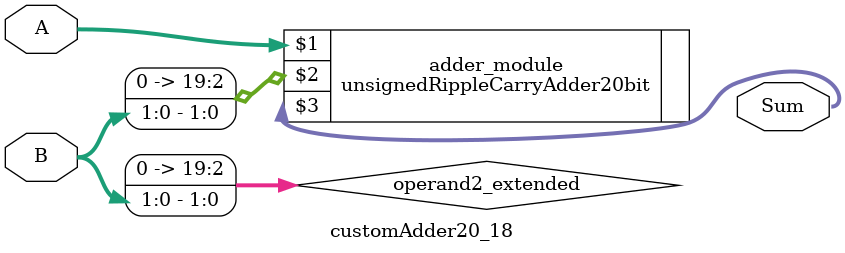
<source format=v>

module customAdder20_18(
                    input [19 : 0] A,
                    input [1 : 0] B,
                    
                    output [20 : 0] Sum
            );

    wire [19 : 0] operand2_extended;
    
    assign operand2_extended =  {18'b0, B};
    
    unsignedRippleCarryAdder20bit adder_module(
        A,
        operand2_extended,
        Sum
    );
    
endmodule
        
</source>
